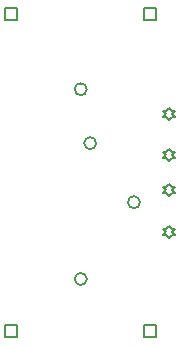
<source format=gbr>
G04*
G04 #@! TF.GenerationSoftware,Altium Limited,Altium Designer,23.11.1 (41)*
G04*
G04 Layer_Color=2752767*
%FSLAX44Y44*%
%MOMM*%
G71*
G04*
G04 #@! TF.SameCoordinates,D4B6ECC5-B607-4844-A390-64D59AB080A4*
G04*
G04*
G04 #@! TF.FilePolarity,Positive*
G04*
G01*
G75*
%ADD12C,0.1270*%
%ADD34C,0.1693*%
D12*
X128920Y278920D02*
Y289080D01*
X139080D01*
Y278920D01*
X128920D01*
X10920D02*
Y289080D01*
X21080D01*
Y278920D01*
X10920D01*
X128920Y10920D02*
Y21080D01*
X139080D01*
Y10920D01*
X128920D01*
X10920D02*
Y21080D01*
X21080D01*
Y10920D01*
X10920D01*
X150000Y94920D02*
X152540Y97460D01*
X155080D01*
X152540Y100000D01*
X155080Y102540D01*
X152540D01*
X150000Y105080D01*
X147460Y102540D01*
X144920D01*
X147460Y100000D01*
X144920Y97460D01*
X147460D01*
X150000Y94920D01*
Y194920D02*
X152540Y197460D01*
X155080D01*
X152540Y200000D01*
X155080Y202540D01*
X152540D01*
X150000Y205080D01*
X147460Y202540D01*
X144920D01*
X147460Y200000D01*
X144920Y197460D01*
X147460D01*
X150000Y194920D01*
Y129920D02*
X152540Y132460D01*
X155080D01*
X152540Y135000D01*
X155080Y137540D01*
X152540D01*
X150000Y140080D01*
X147460Y137540D01*
X144920D01*
X147460Y135000D01*
X144920Y132460D01*
X147460D01*
X150000Y129920D01*
Y159920D02*
X152540Y162460D01*
X155080D01*
X152540Y165000D01*
X155080Y167540D01*
X152540D01*
X150000Y170080D01*
X147460Y167540D01*
X144920D01*
X147460Y165000D01*
X144920Y162460D01*
X147460D01*
X150000Y159920D01*
D34*
X80080Y60000D02*
G03*
X80080Y60000I-5080J0D01*
G01*
X88080Y175000D02*
G03*
X88080Y175000I-5080J0D01*
G01*
X80080Y220650D02*
G03*
X80080Y220650I-5080J0D01*
G01*
X125080Y125000D02*
G03*
X125080Y125000I-5080J0D01*
G01*
M02*

</source>
